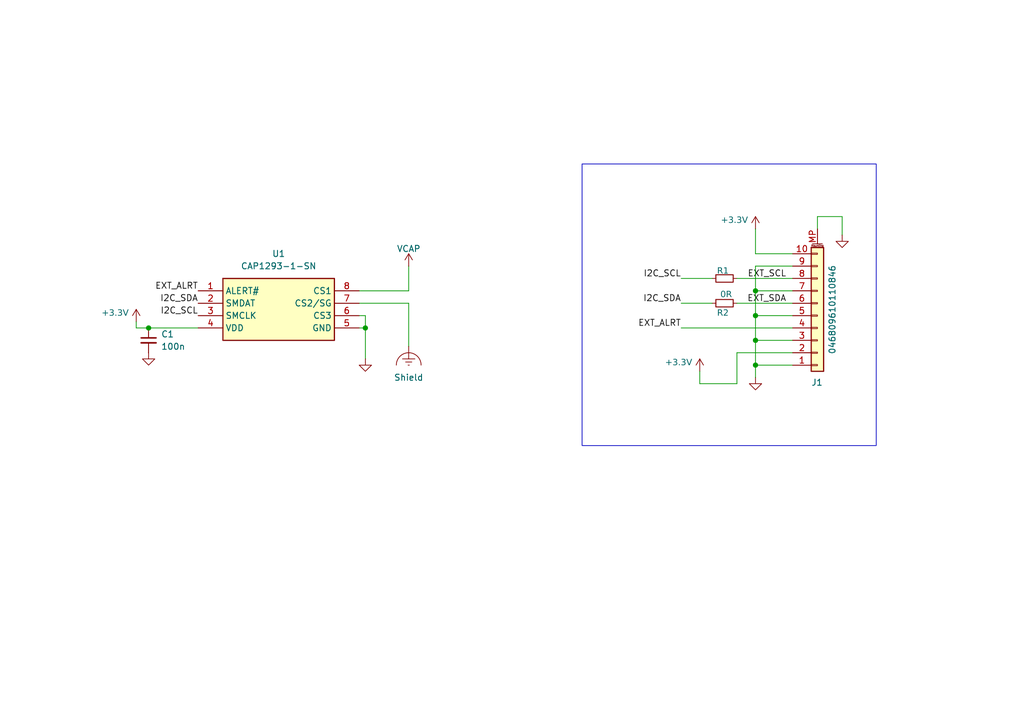
<source format=kicad_sch>
(kicad_sch (version 20231120) (generator "eeschema") (generator_version "8.0")
  (paper "A5")
  (title_block (title "Capacitive Sensor") (date "2024-11-01") (rev "0") (company "Yolk Workshop") (comment 1 "ProxSense Schematic"))
  (lib_symbols
    (symbol "CAP1293-1-SN:CAP1293-1-SN"
      (property "Reference" "IC" (at 29.21 7.62 0))
      (property "Value" "CAP1293-1-SN" (at 29.21 5.08 0))
      (symbol "CAP1293-1-SN_1_1"
        (rectangle (start 5.08 2.54) (end 27.94 -10.16) (stroke (width 0.254)) (fill (type background)))
        (pin passive line (at 0 0 0) (length 5.08) (name "ALERT#") (number "1"))
        (pin passive line (at 0 -2.54 0) (length 5.08) (name "SMDAT") (number "2"))
        (pin passive line (at 0 -5.08 0) (length 5.08) (name "SMCLK") (number "3"))
        (pin passive line (at 0 -7.62 0) (length 5.08) (name "VDD") (number "4"))
        (pin passive line (at 33.02 -7.62 180) (length 5.08) (name "GND") (number "5"))
        (pin passive line (at 33.02 -5.08 180) (length 5.08) (name "CS3") (number "6"))
        (pin passive line (at 33.02 -2.54 180) (length 5.08) (name "CS2/SG") (number "7"))
        (pin passive line (at 33.02 0 180) (length 5.08) (name "CS1") (number "8"))
      )
    )
    (symbol "Connector_Generic_MountingPin:Conn_01x10_MountingPin" (pin_names (offset 1.016) hide)
      (property "Reference" "J" (at 0 12.7 0))
      (property "Value" "Conn_01x10_MountingPin" (at 1.27 -15.24 0))
      (symbol "Conn_01x10_MountingPin_1_1"
        (rectangle (start -1.27 -12.573) (end 0 -12.827) (stroke (width 0.1524)))
        (rectangle (start -1.27 -10.033) (end 0 -10.287) (stroke (width 0.1524)))
        (rectangle (start -1.27 -7.493) (end 0 -7.747) (stroke (width 0.1524)))
        (rectangle (start -1.27 -4.953) (end 0 -5.207) (stroke (width 0.1524)))
        (rectangle (start -1.27 -2.413) (end 0 -2.667) (stroke (width 0.1524)))
        (rectangle (start -1.27 0.127) (end 0 -0.127) (stroke (width 0.1524)))
        (rectangle (start -1.27 2.667) (end 0 2.413) (stroke (width 0.1524)))
        (rectangle (start -1.27 5.207) (end 0 4.953) (stroke (width 0.1524)))
        (rectangle (start -1.27 7.747) (end 0 7.493) (stroke (width 0.1524)))
        (rectangle (start -1.27 10.287) (end 0 10.033) (stroke (width 0.1524)))
        (rectangle (start -1.27 11.43) (end 1.27 -13.97) (stroke (width 0.254)) (fill (type background)))
        (polyline (pts (xy -1.016 -14.732) (xy 1.016 -14.732)) (stroke (width 0.1524)))
        (text "Mounting" (at 0 -14.351 0) (effects (font (size 0.381 0.381))))
        (pin passive line (at -5.08 10.16 0) (length 3.81) (name "Pin_1") (number "1"))
        (pin passive line (at -5.08 -12.7 0) (length 3.81) (name "Pin_10") (number "10"))
        (pin passive line (at -5.08 7.62 0) (length 3.81) (name "Pin_2") (number "2"))
        (pin passive line (at -5.08 5.08 0) (length 3.81) (name "Pin_3") (number "3"))
        (pin passive line (at -5.08 2.54 0) (length 3.81) (name "Pin_4") (number "4"))
        (pin passive line (at -5.08 0 0) (length 3.81) (name "Pin_5") (number "5"))
        (pin passive line (at -5.08 -2.54 0) (length 3.81) (name "Pin_6") (number "6"))
        (pin passive line (at -5.08 -5.08 0) (length 3.81) (name "Pin_7") (number "7"))
        (pin passive line (at -5.08 -7.62 0) (length 3.81) (name "Pin_8") (number "8"))
        (pin passive line (at -5.08 -10.16 0) (length 3.81) (name "Pin_9") (number "9"))
        (pin passive line (at 0 -17.78 90) (length 3.048) (name "MountPin") (number "MP"))
      )
    )
    (symbol "Device:C_Small" (pin_numbers hide) (pin_names (offset 0.254) hide)
      (property "Reference" "C" (at 0.254 1.778 0))
      (property "Value" "C_Small" (at 0.254 -2.032 0))
      (symbol "C_Small_0_1"
        (polyline (pts (xy -1.524 -0.508) (xy 1.524 -0.508)) (stroke (width 0.3302)))
        (polyline (pts (xy -1.524 0.508) (xy 1.524 0.508)) (stroke (width 0.3048)))
      )
      (symbol "C_Small_1_1"
        (pin passive line (at 0 2.54 270) (length 2.032) (name "~") (number "1"))
        (pin passive line (at 0 -2.54 90) (length 2.032) (name "~") (number "2"))
      )
    )
    (symbol "Device:R_Small" (pin_numbers hide) (pin_names (offset 0.254) hide)
      (property "Reference" "R" (at 0.762 0.508 0))
      (property "Value" "R_Small" (at 0.762 -1.016 0))
      (symbol "R_Small_0_1"
        (rectangle (start -0.762 1.778) (end 0.762 -1.778) (stroke (width 0.2032)))
      )
      (symbol "R_Small_1_1"
        (pin passive line (at 0 2.54 270) (length 0.762) (name "~") (number "1"))
        (pin passive line (at 0 -2.54 90) (length 0.762) (name "~") (number "2"))
      )
    )
    (symbol "power:+3.3V" (power) (pin_numbers hide) (pin_names (offset 0) hide)
      (property "Value" "+3.3V" (at 0 3.556 0))
      (symbol "+3.3V_0_1"
        (polyline (pts (xy -0.762 1.27) (xy 0 2.54)))
        (polyline (pts (xy 0 0) (xy 0 2.54)))
        (polyline (pts (xy 0 2.54) (xy 0.762 1.27)))
      )
      (symbol "+3.3V_1_1"
        (pin power_in line (at 0 0 90) (length 0) (name "~") (number "1"))
      )
    )
    (symbol "power:Earth_Clean" (power) (pin_numbers hide) (pin_names (offset 0) hide)
      (property "Value" "Earth_Clean" (at 0 -5.08 0))
      (symbol "Earth_Clean_0_1"
        (polyline (pts (xy -0.635 -3.175) (xy 0.635 -3.175)))
        (polyline (pts (xy -0.127 -3.81) (xy 0.127 -3.81)))
        (polyline (pts (xy 0 -2.54) (xy 0 0)))
        (polyline (pts (xy 1.27 -2.54) (xy -1.27 -2.54)))
        (arc (start 2.54 -3.81) (mid 0 -1.281) (end -2.54 -3.81))
      )
      (symbol "Earth_Clean_1_1"
        (pin power_in line (at 0 0 270) (length 0) (name "~") (number "1"))
      )
    )
    (symbol "power:GND" (power) (pin_numbers hide) (pin_names (offset 0) hide)
      (property "Value" "GND" (at 0 -3.81 0))
      (symbol "GND_0_1"
        (polyline (pts (xy 0 0) (xy 0 -1.27) (xy 1.27 -1.27) (xy 0 -2.54) (xy -1.27 -1.27) (xy 0 -1.27)))
      )
      (symbol "GND_1_1"
        (pin power_in line (at 0 0 270) (length 0) (name "~") (number "1"))
      )
    )
    (symbol "power:NEUT" (power) (pin_numbers hide) (pin_names (offset 0) hide)
      (property "Value" "NEUT" (at 0 3.556 0))
      (symbol "NEUT_0_1"
        (polyline (pts (xy -0.762 1.27) (xy 0 2.54)))
        (polyline (pts (xy 0 0) (xy 0 2.54)))
        (polyline (pts (xy 0 2.54) (xy 0.762 1.27)))
      )
      (symbol "NEUT_1_1"
        (pin power_in line (at 0 0 90) (length 0) (name "~") (number "1"))
      )
    )
  )
  (junction (at 154.94 74.93))
  (junction (at 154.94 69.85))
  (junction (at 154.94 64.77))
  (junction (at 154.94 59.69))
  (junction (at 74.93 67.31))
  (junction (at 30.48 67.31))
  (wire (pts (xy 139.7 67.31) (xy 162.56 67.31)))
  (wire (pts (xy 27.94 67.31) (xy 30.48 67.31)))
  (wire (pts (xy 154.94 46.99) (xy 154.94 52.07)))
  (wire (pts (xy 172.72 44.45) (xy 167.64 44.45)))
  (wire (pts (xy 73.66 59.69) (xy 83.82 59.69)))
  (wire (pts (xy 83.82 71.12) (xy 83.82 62.23)))
  (wire (pts (xy 143.51 78.74) (xy 151.13 78.74)))
  (wire (pts (xy 154.94 74.93) (xy 162.56 74.93)))
  (wire (pts (xy 154.94 64.77) (xy 154.94 59.69)))
  (wire (pts (xy 151.13 62.23) (xy 162.56 62.23)))
  (wire (pts (xy 139.7 57.15) (xy 146.05 57.15)))
  (wire (pts (xy 74.93 64.77) (xy 74.93 67.31)))
  (wire (pts (xy 154.94 69.85) (xy 154.94 64.77)))
  (wire (pts (xy 30.48 67.31) (xy 40.64 67.31)))
  (wire (pts (xy 151.13 57.15) (xy 162.56 57.15)))
  (wire (pts (xy 27.94 66.04) (xy 27.94 67.31)))
  (wire (pts (xy 154.94 74.93) (xy 154.94 69.85)))
  (wire (pts (xy 154.94 77.47) (xy 154.94 74.93)))
  (wire (pts (xy 74.93 73.66) (xy 74.93 67.31)))
  (wire (pts (xy 154.94 54.61) (xy 162.56 54.61)))
  (wire (pts (xy 154.94 59.69) (xy 154.94 54.61)))
  (wire (pts (xy 167.64 44.45) (xy 167.64 46.99)))
  (wire (pts (xy 154.94 52.07) (xy 162.56 52.07)))
  (wire (pts (xy 83.82 62.23) (xy 73.66 62.23)))
  (wire (pts (xy 143.51 76.2) (xy 143.51 78.74)))
  (wire (pts (xy 154.94 59.69) (xy 162.56 59.69)))
  (wire (pts (xy 73.66 64.77) (xy 74.93 64.77)))
  (wire (pts (xy 151.13 72.39) (xy 162.56 72.39)))
  (wire (pts (xy 151.13 78.74) (xy 151.13 72.39)))
  (wire (pts (xy 154.94 69.85) (xy 162.56 69.85)))
  (wire (pts (xy 83.82 54.61) (xy 83.82 59.69)))
  (wire (pts (xy 139.7 62.23) (xy 146.05 62.23)))
  (wire (pts (xy 172.72 48.26) (xy 172.72 44.45)))
  (wire (pts (xy 74.93 67.31) (xy 73.66 67.31)))
  (wire (pts (xy 154.94 64.77) (xy 162.56 64.77)))
  (rectangle (start 119.38 33.655) (end 179.705 91.44))
  (label "I2C_SDA" (at 139.7 62.23 180))
  (label "EXT_SDA" (at 161.29 62.23 180))
  (label "EXT_ALRT" (at 139.7 67.31 180))
  (label "I2C_SCL" (at 40.64 64.77 180))
  (label "I2C_SCL" (at 139.7 57.15 180))
  (label "EXT_ALRT" (at 40.64 59.69 180))
  (label "EXT_SCL" (at 161.29 57.15 180))
  (label "I2C_SDA" (at 40.64 62.23 180))
  (symbol (lib_id "power:+3.3V") (at 154.94 46.99 0) (unit 1)
    (property "Reference" "#PWR02" (effects (hide yes)))
    (property "Value" "+3.3V" (at 150.622 45.212 0))
    (property "Description" "Power symbol creates a global label with name \"+3.3V\"" (effects (hide yes)))
  )
  (symbol (lib_id "Device:R_Small") (at 148.59 57.15 90) (mirror x) (unit 1)
    (property "Reference" "R1" (at 147.066 55.626 90) (effects (justify right)))
    (property "Value" "0R" (effects (hide yes)))
    (property "Footprint" "Resistor_SMD:R_0402_1005Metric" (effects (hide yes)))
    (property "Description" "Resistor, small symbol" (effects (hide yes)))
  )
  (symbol (lib_id "power:+3.3V") (at 143.51 76.2 0) (unit 1)
    (property "Reference" "#PWR01" (effects (hide yes)))
    (property "Value" "+3.3V" (at 139.192 74.422 0))
    (property "Description" "Power symbol creates a global label with name \"+3.3V\"" (effects (hide yes)))
  )
  (symbol (lib_id "power:GND") (at 74.93 73.66 0) (unit 1)
    (property "Reference" "#PWR06" (effects (hide yes)))
    (property "Value" "GND" (effects (hide yes)))
    (property "Description" "Power symbol creates a global label with name \"GND\" , ground" (effects (hide yes)))
  )
  (symbol (lib_id "power:GND") (at 30.48 72.39 0) (unit 1)
    (property "Reference" "#PWR07" (effects (hide yes)))
    (property "Value" "GND" (effects (hide yes)))
    (property "Description" "Power symbol creates a global label with name \"GND\" , ground" (effects (hide yes)))
  )
  (symbol (lib_id "power:GND") (at 154.94 77.47 0) (unit 1)
    (property "Reference" "#PWR03" (effects (hide yes)))
    (property "Value" "GND" (effects (hide yes)))
    (property "Description" "Power symbol creates a global label with name \"GND\" , ground" (effects (hide yes)))
  )
  (symbol (lib_id "Connector_Generic_MountingPin:Conn_01x10_MountingPin") (at 167.64 64.77 0) (mirror x) (unit 1)
    (property "Reference" "J1" (at 166.37 78.486 0) (effects (justify left)))
    (property "Value" "046809610110846" (at 170.688 54.356 90) (effects (justify left)))
    (property "Footprint" "picostroke:046809610110846" (effects (hide yes)))
    (property "Description" "Generic connectable mounting pin connector, single row, 01x10, script generated (kicad-library-utils/schlib/autogen/connector/)" (effects (hide yes)))
  )
  (symbol (lib_id "power:GND") (at 172.72 48.26 0) (unit 1)
    (property "Reference" "#PWR04" (effects (hide yes)))
    (property "Value" "GND" (effects (hide yes)))
    (property "Description" "Power symbol creates a global label with name \"GND\" , ground" (effects (hide yes)))
  )
  (symbol (lib_id "power:Earth_Clean") (at 83.82 71.12 0) (unit 1)
    (property "Reference" "#PWR09" (effects (hide yes)))
    (property "Value" "Shield" (at 83.82 77.47 0))
    (property "Description" "Power symbol creates a global label with name \"Earth_Clean\"" (effects (hide yes)))
  )
  (symbol (lib_id "power:NEUT") (at 83.82 54.61 0) (unit 1)
    (property "Reference" "#PWR08" (effects (hide yes)))
    (property "Value" "VCAP" (at 83.82 51.054 0))
    (property "Description" "Power symbol creates a global label with name \"NEUT\"" (effects (hide yes)))
  )
  (symbol (lib_id "CAP1293-1-SN:CAP1293-1-SN") (at 40.64 59.69 0) (unit 1)
    (property "Reference" "U1" (at 57.15 52.07 0))
    (property "Value" "CAP1293-1-SN" (at 57.15 54.61 0))
    (property "Footprint" "Package_SO_Custom:SOIC127P600X175-8N" (at 69.85 154.61 0) (effects (justify left top)))
    (property "Datasheet" "http://ww1.microchip.com/downloads/en/DeviceDoc/00001566B.pdf" (effects (hide yes)))
    (property "Description" "CAP1293-1-SN Microchip Technology, CAP1293 Capacitive Touch Sensor Capacitive 8-Pin SOIC" (effects (hide yes)))
    (property "Height" "1.75" (effects (hide yes)))
    (property "Manufacturer_Name" "Microchip" (effects (hide yes)))
    (property "Manufacturer_Part_Number" "CAP1293-1-SN" (effects (hide yes)))
    (property "Mouser Part Number" "579-CAP1293-1-SN" (effects (hide yes)))
    (property "Mouser Price/Stock" "https://www.mouser.co.uk/ProductDetail/Microchip-Technology/CAP1293-1-SN?qs=ZEMkBHnybRE5P9Hv4BheuA%3D%3D" (effects (hide yes)))
    (property "Arrow Part Number" "CAP1293-1-SN" (effects (hide yes)))
    (property "Arrow Price/Stock" "https://www.arrow.com/en/products/cap1293-1-sn/microchip-technology?region=nac" (effects (hide yes)))
  )
  (symbol (lib_id "Device:R_Small") (at 148.59 62.23 90) (mirror x) (unit 1)
    (property "Reference" "R2" (at 147.066 64.262 90) (effects (justify right)))
    (property "Value" "0R" (at 147.574 60.452 90) (effects (justify right)))
    (property "Footprint" "Resistor_SMD:R_0402_1005Metric" (effects (hide yes)))
    (property "Description" "Resistor, small symbol" (effects (hide yes)))
  )
  (symbol (lib_id "power:+3.3V") (at 27.94 66.04 0) (unit 1)
    (property "Reference" "#PWR05" (effects (hide yes)))
    (property "Value" "+3.3V" (at 23.622 64.262 0))
    (property "Description" "Power symbol creates a global label with name \"+3.3V\"" (effects (hide yes)))
  )
  (symbol (lib_id "Device:C_Small") (at 30.48 69.85 0) (unit 1)
    (property "Reference" "C1" (at 33.02 68.5862 0) (effects (justify left)))
    (property "Value" "100n" (at 33.02 71.1262 0) (effects (justify left)))
    (property "Footprint" "Capacitor_SMD:C_0402_1005Metric" (effects (hide yes)))
    (property "Description" "Unpolarized capacitor, small symbol" (effects (hide yes)))
  )
)
</source>
